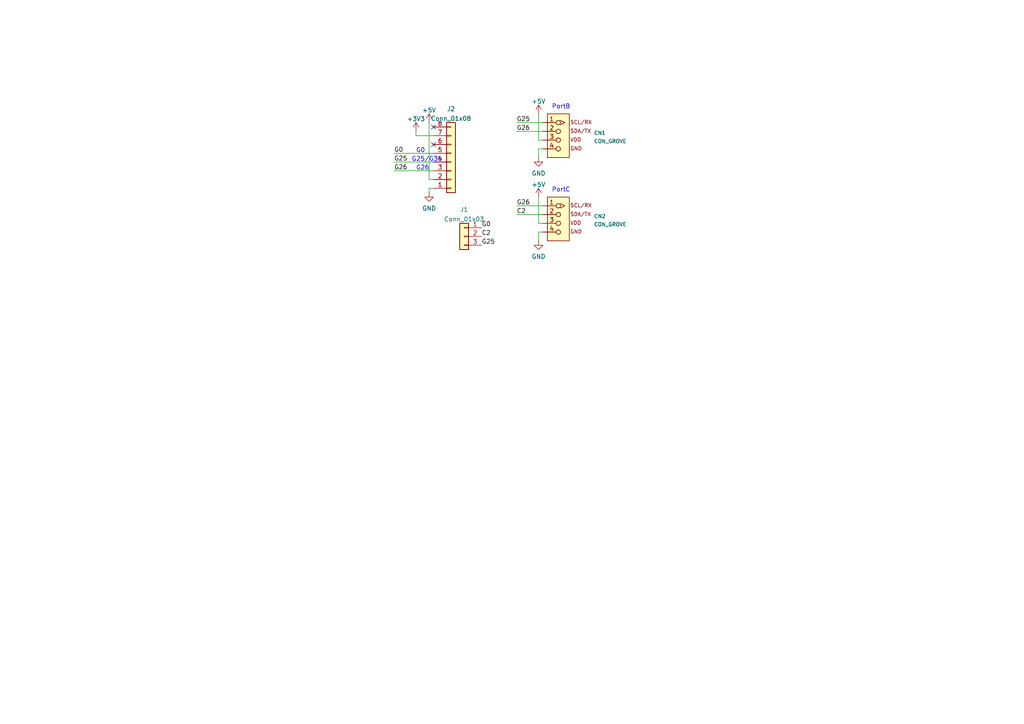
<source format=kicad_sch>
(kicad_sch (version 20211123) (generator eeschema)
  (paper "A4")
  (lib_symbols
    (symbol "Connector_Generic:Conn_01x03" (pin_names (offset 1.016) hide)
      (property "Reference" "J" (at 0 5.08 0))
      (property "Value" "Conn_01x03" (at 0 -5.08 0))
      (symbol "Conn_01x03_1_1"
        (rectangle (start -1.27 -2.413) (end 0 -2.667) (stroke (width 0.1524)))
        (rectangle (start -1.27 0.127) (end 0 -0.127) (stroke (width 0.1524)))
        (rectangle (start -1.27 2.667) (end 0 2.413) (stroke (width 0.1524)))
        (rectangle (start -1.27 3.81) (end 1.27 -3.81) (stroke (width 0.254)) (fill (type background)))
        (pin passive line (at -5.08 2.54 0) (length 3.81) (name "Pin_1") (number "1"))
        (pin passive line (at -5.08 0 0) (length 3.81) (name "Pin_2") (number "2"))
        (pin passive line (at -5.08 -2.54 0) (length 3.81) (name "Pin_3") (number "3"))
      )
    )
    (symbol "Connector_Generic:Conn_01x08" (pin_names (offset 1.016) hide)
      (property "Reference" "J" (at 0 10.16 0))
      (property "Value" "Conn_01x08" (at 0 -12.7 0))
      (symbol "Conn_01x08_1_1"
        (rectangle (start -1.27 -10.033) (end 0 -10.287) (stroke (width 0.1524)))
        (rectangle (start -1.27 -7.493) (end 0 -7.747) (stroke (width 0.1524)))
        (rectangle (start -1.27 -4.953) (end 0 -5.207) (stroke (width 0.1524)))
        (rectangle (start -1.27 -2.413) (end 0 -2.667) (stroke (width 0.1524)))
        (rectangle (start -1.27 0.127) (end 0 -0.127) (stroke (width 0.1524)))
        (rectangle (start -1.27 2.667) (end 0 2.413) (stroke (width 0.1524)))
        (rectangle (start -1.27 5.207) (end 0 4.953) (stroke (width 0.1524)))
        (rectangle (start -1.27 7.747) (end 0 7.493) (stroke (width 0.1524)))
        (rectangle (start -1.27 8.89) (end 1.27 -11.43) (stroke (width 0.254)) (fill (type background)))
        (pin passive line (at -5.08 7.62 0) (length 3.81) (name "Pin_1") (number "1"))
        (pin passive line (at -5.08 5.08 0) (length 3.81) (name "Pin_2") (number "2"))
        (pin passive line (at -5.08 2.54 0) (length 3.81) (name "Pin_3") (number "3"))
        (pin passive line (at -5.08 0 0) (length 3.81) (name "Pin_4") (number "4"))
        (pin passive line (at -5.08 -2.54 0) (length 3.81) (name "Pin_5") (number "5"))
        (pin passive line (at -5.08 -5.08 0) (length 3.81) (name "Pin_6") (number "6"))
        (pin passive line (at -5.08 -7.62 0) (length 3.81) (name "Pin_7") (number "7"))
        (pin passive line (at -5.08 -10.16 0) (length 3.81) (name "Pin_8") (number "8"))
      )
    )
    (symbol "akita:CON_GROVE" (pin_names (offset 1.016))
      (property "Reference" "CN" (at 0 3.81 0))
      (property "Value" "CON_GROVE" (at 3.81 -5.08 90))
      (symbol "CON_GROVE_1_0"
        (text "GND" (at 5.334 -5.588 0) (effects (font (size 1.0668 1.0668)) (justify left bottom)))
        (text "SCL/RX" (at 5.334 2.032 0) (effects (font (size 1.0668 1.0668)) (justify left bottom)))
        (text "SDA/TX" (at 5.334 -0.508 0) (effects (font (size 1.0668 1.0668)) (justify left bottom)))
        (text "VDD" (at 5.334 -3.048 0) (effects (font (size 1.0668 1.0668)) (justify left bottom)))
        (pin bidirectional inverted_clock (at -2.54 2.54 0) (length 5.08) (name "1") (number "1"))
        (pin bidirectional inverted (at -2.54 0 0) (length 5.08) (name "2") (number "2"))
        (pin bidirectional inverted (at -2.54 -2.54 0) (length 5.08) (name "3") (number "3"))
        (pin bidirectional inverted (at -2.54 -5.08 0) (length 5.08) (name "4") (number "4"))
      )
      (symbol "CON_GROVE_1_1"
        (rectangle (start -1.27 5.08) (end 5.08 -7.62) (stroke (width 0.2032)) (fill (type background)))
      )
    )
    (symbol "power:+3V3" (power) (pin_names (offset 0))
      (property "Value" "+3V3" (at 0 3.556 0))
      (symbol "+3V3_0_1"
        (polyline (pts (xy -0.762 1.27) (xy 0 2.54)))
        (polyline (pts (xy 0 0) (xy 0 2.54)))
        (polyline (pts (xy 0 2.54) (xy 0.762 1.27)))
      )
      (symbol "+3V3_1_1"
        (pin power_in line (at 0 0 90) (length 0) hide (name "+3V3") (number "1"))
      )
    )
    (symbol "power:+5V" (power) (pin_names (offset 0))
      (property "Value" "+5V" (at 0 3.556 0))
      (symbol "+5V_0_1"
        (polyline (pts (xy -0.762 1.27) (xy 0 2.54)))
        (polyline (pts (xy 0 0) (xy 0 2.54)))
        (polyline (pts (xy 0 2.54) (xy 0.762 1.27)))
      )
      (symbol "+5V_1_1"
        (pin power_in line (at 0 0 90) (length 0) hide (name "+5V") (number "1"))
      )
    )
    (symbol "power:GND" (power) (pin_names (offset 0))
      (property "Value" "GND" (at 0 -3.81 0))
      (symbol "GND_0_1"
        (polyline (pts (xy 0 0) (xy 0 -1.27) (xy 1.27 -1.27) (xy 0 -2.54) (xy -1.27 -1.27) (xy 0 -1.27)))
      )
      (symbol "GND_1_1"
        (pin power_in line (at 0 0 270) (length 0) hide (name "GND") (number "1"))
      )
    )
  )
  (no_connect (at 125.73 36.83))
  (no_connect (at 125.73 41.91))
  (wire (pts (xy 149.86 59.69) (xy 157.48 59.69)))
  (wire (pts (xy 156.21 40.64) (xy 156.21 33.02)))
  (wire (pts (xy 125.73 54.61) (xy 124.46 54.61)))
  (wire (pts (xy 124.46 35.56) (xy 124.46 52.07)))
  (wire (pts (xy 124.46 54.61) (xy 124.46 55.88)))
  (wire (pts (xy 156.21 64.77) (xy 156.21 57.15)))
  (wire (pts (xy 114.3 49.53) (xy 125.73 49.53)))
  (wire (pts (xy 149.86 35.56) (xy 157.48 35.56)))
  (wire (pts (xy 157.48 43.18) (xy 156.21 43.18)))
  (wire (pts (xy 156.21 67.31) (xy 156.21 69.85)))
  (wire (pts (xy 157.48 40.64) (xy 156.21 40.64)))
  (wire (pts (xy 156.21 43.18) (xy 156.21 45.72)))
  (wire (pts (xy 114.3 44.45) (xy 125.73 44.45)))
  (wire (pts (xy 157.48 67.31) (xy 156.21 67.31)))
  (wire (pts (xy 120.65 39.37) (xy 120.65 38.1)))
  (wire (pts (xy 149.86 62.23) (xy 157.48 62.23)))
  (wire (pts (xy 125.73 52.07) (xy 124.46 52.07)))
  (wire (pts (xy 157.48 64.77) (xy 156.21 64.77)))
  (wire (pts (xy 149.86 38.1) (xy 157.48 38.1)))
  (wire (pts (xy 114.3 46.99) (xy 125.73 46.99)))
  (wire (pts (xy 125.73 39.37) (xy 120.65 39.37)))
  (text "G25/G36" (at 119.38 46.99 0) (effects (font (size 1.27 1.27)) (justify left bottom)))
  (text "G26" (at 120.65 49.53 0) (effects (font (size 1.27 1.27)) (justify left bottom)))
  (text "G0\n" (at 120.65 44.45 0) (effects (font (size 1.27 1.27)) (justify left bottom)))
  (text "PortC" (at 160.02 55.88 0) (effects (font (size 1.27 1.27)) (justify left bottom)))
  (text "PortB\n" (at 160.02 31.75 0) (effects (font (size 1.27 1.27)) (justify left bottom)))
  (label "G26" (at 149.86 59.69 0))
  (label "C2" (at 139.7 68.58 0))
  (label "G0" (at 114.3 44.45 0))
  (label "G26" (at 149.86 38.1 0))
  (label "C2" (at 149.86 62.23 0))
  (label "G26" (at 114.3 49.53 0))
  (label "G25" (at 149.86 35.56 0))
  (label "G0" (at 139.7 66.04 0))
  (label "G25" (at 139.7 71.12 0))
  (label "G25" (at 114.3 46.99 0))
  (symbol (lib_id "power:+3V3") (at 120.65 38.1 0) (unit 1)
    (property "Reference" "#PWR02" (effects hide))
    (property "Value" "+3V3" (at 120.65 34.4955 0))
  )
  (symbol (lib_id "power:GND") (at 156.21 45.72 0) (unit 1)
    (property "Reference" "#PWR05" (effects hide))
    (property "Value" "GND" (at 156.21 50.2825 0))
  )
  (symbol (lib_id "akita:CON_GROVE") (at 160.02 62.23 0) (unit 1)
    (property "Reference" "CN2" (at 172.2692 62.7165 0) (effects (font (size 1.0668 1.0668)) (justify left)))
    (property "Value" "CON_GROVE" (at 172.2692 65.0882 0) (effects (font (size 1.0668 1.0668)) (justify left)))
    (property "Footprint" "akita:CON_GROVE_H_roundPad" (effects hide))
  )
  (symbol (lib_id "power:GND") (at 124.46 55.88 0) (unit 1)
    (property "Reference" "#PWR03" (effects hide))
    (property "Value" "GND" (at 124.46 60.4425 0))
  )
  (symbol (lib_id "Connector_Generic:Conn_01x08") (at 130.81 46.99 0) (mirror x) (unit 1)
    (property "Reference" "J2" (at 130.81 31.5935 0))
    (property "Value" "Conn_01x08" (at 130.81 34.3686 0))
    (property "Footprint" "Connector_PinHeader_2.54mm:PinHeader_1x08_P2.54mm_Horizontal" (effects hide))
  )
  (symbol (lib_id "akita:CON_GROVE") (at 160.02 38.1 0) (unit 1)
    (property "Reference" "CN1" (at 172.2692 38.5865 0) (effects (font (size 1.0668 1.0668)) (justify left)))
    (property "Value" "CON_GROVE" (at 172.2692 40.9582 0) (effects (font (size 1.0668 1.0668)) (justify left)))
    (property "Footprint" "akita:CON_GROVE_H_roundPad" (effects hide))
  )
  (symbol (lib_id "power:GND") (at 156.21 69.85 0) (unit 1)
    (property "Reference" "#PWR07" (effects hide))
    (property "Value" "GND" (at 156.21 74.4125 0))
  )
  (symbol (lib_id "power:+5V") (at 156.21 33.02 0) (unit 1)
    (property "Reference" "#PWR04" (effects hide))
    (property "Value" "+5V" (at 156.21 29.4155 0))
  )
  (symbol (lib_id "power:+5V") (at 156.21 57.15 0) (unit 1)
    (property "Reference" "#PWR06" (effects hide))
    (property "Value" "+5V" (at 156.21 53.5455 0))
  )
  (symbol (lib_id "Connector_Generic:Conn_01x03") (at 134.62 68.58 0) (mirror y) (unit 1)
    (property "Reference" "J1" (at 134.62 60.8035 0))
    (property "Value" "Conn_01x03" (at 134.62 63.5786 0))
    (property "Footprint" "Connector_PinHeader_2.54mm:PinHeader_1x03_P2.54mm_Vertical" (effects hide))
  )
  (symbol (lib_id "power:+5V") (at 124.46 35.56 0) (unit 1)
    (property "Reference" "#PWR01" (effects hide))
    (property "Value" "+5V" (at 124.46 31.9555 0))
  )
)
</source>
